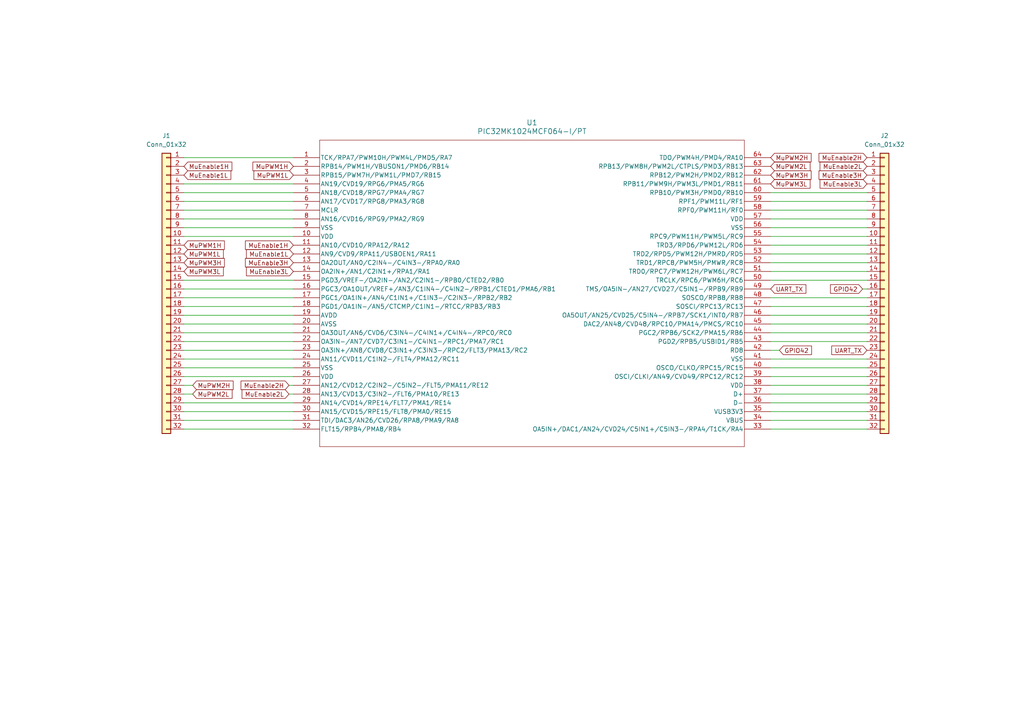
<source format=kicad_sch>
(kicad_sch (version 20230121) (generator eeschema)

  (uuid 9b3061b7-5df0-4742-b305-2ff3658d59fd)

  (paper "A4")

  (lib_symbols
    (symbol "Connector_Generic:Conn_01x32" (pin_names (offset 1.016) hide) (in_bom yes) (on_board yes)
      (property "Reference" "J" (at 0 40.64 0)
        (effects (font (size 1.27 1.27)))
      )
      (property "Value" "Conn_01x32" (at 0 -43.18 0)
        (effects (font (size 1.27 1.27)))
      )
      (property "Footprint" "" (at 0 0 0)
        (effects (font (size 1.27 1.27)) hide)
      )
      (property "Datasheet" "~" (at 0 0 0)
        (effects (font (size 1.27 1.27)) hide)
      )
      (property "ki_keywords" "connector" (at 0 0 0)
        (effects (font (size 1.27 1.27)) hide)
      )
      (property "ki_description" "Generic connector, single row, 01x32, script generated (kicad-library-utils/schlib/autogen/connector/)" (at 0 0 0)
        (effects (font (size 1.27 1.27)) hide)
      )
      (property "ki_fp_filters" "Connector*:*_1x??_*" (at 0 0 0)
        (effects (font (size 1.27 1.27)) hide)
      )
      (symbol "Conn_01x32_1_1"
        (rectangle (start -1.27 -40.513) (end 0 -40.767)
          (stroke (width 0.1524) (type default))
          (fill (type none))
        )
        (rectangle (start -1.27 -37.973) (end 0 -38.227)
          (stroke (width 0.1524) (type default))
          (fill (type none))
        )
        (rectangle (start -1.27 -35.433) (end 0 -35.687)
          (stroke (width 0.1524) (type default))
          (fill (type none))
        )
        (rectangle (start -1.27 -32.893) (end 0 -33.147)
          (stroke (width 0.1524) (type default))
          (fill (type none))
        )
        (rectangle (start -1.27 -30.353) (end 0 -30.607)
          (stroke (width 0.1524) (type default))
          (fill (type none))
        )
        (rectangle (start -1.27 -27.813) (end 0 -28.067)
          (stroke (width 0.1524) (type default))
          (fill (type none))
        )
        (rectangle (start -1.27 -25.273) (end 0 -25.527)
          (stroke (width 0.1524) (type default))
          (fill (type none))
        )
        (rectangle (start -1.27 -22.733) (end 0 -22.987)
          (stroke (width 0.1524) (type default))
          (fill (type none))
        )
        (rectangle (start -1.27 -20.193) (end 0 -20.447)
          (stroke (width 0.1524) (type default))
          (fill (type none))
        )
        (rectangle (start -1.27 -17.653) (end 0 -17.907)
          (stroke (width 0.1524) (type default))
          (fill (type none))
        )
        (rectangle (start -1.27 -15.113) (end 0 -15.367)
          (stroke (width 0.1524) (type default))
          (fill (type none))
        )
        (rectangle (start -1.27 -12.573) (end 0 -12.827)
          (stroke (width 0.1524) (type default))
          (fill (type none))
        )
        (rectangle (start -1.27 -10.033) (end 0 -10.287)
          (stroke (width 0.1524) (type default))
          (fill (type none))
        )
        (rectangle (start -1.27 -7.493) (end 0 -7.747)
          (stroke (width 0.1524) (type default))
          (fill (type none))
        )
        (rectangle (start -1.27 -4.953) (end 0 -5.207)
          (stroke (width 0.1524) (type default))
          (fill (type none))
        )
        (rectangle (start -1.27 -2.413) (end 0 -2.667)
          (stroke (width 0.1524) (type default))
          (fill (type none))
        )
        (rectangle (start -1.27 0.127) (end 0 -0.127)
          (stroke (width 0.1524) (type default))
          (fill (type none))
        )
        (rectangle (start -1.27 2.667) (end 0 2.413)
          (stroke (width 0.1524) (type default))
          (fill (type none))
        )
        (rectangle (start -1.27 5.207) (end 0 4.953)
          (stroke (width 0.1524) (type default))
          (fill (type none))
        )
        (rectangle (start -1.27 7.747) (end 0 7.493)
          (stroke (width 0.1524) (type default))
          (fill (type none))
        )
        (rectangle (start -1.27 10.287) (end 0 10.033)
          (stroke (width 0.1524) (type default))
          (fill (type none))
        )
        (rectangle (start -1.27 12.827) (end 0 12.573)
          (stroke (width 0.1524) (type default))
          (fill (type none))
        )
        (rectangle (start -1.27 15.367) (end 0 15.113)
          (stroke (width 0.1524) (type default))
          (fill (type none))
        )
        (rectangle (start -1.27 17.907) (end 0 17.653)
          (stroke (width 0.1524) (type default))
          (fill (type none))
        )
        (rectangle (start -1.27 20.447) (end 0 20.193)
          (stroke (width 0.1524) (type default))
          (fill (type none))
        )
        (rectangle (start -1.27 22.987) (end 0 22.733)
          (stroke (width 0.1524) (type default))
          (fill (type none))
        )
        (rectangle (start -1.27 25.527) (end 0 25.273)
          (stroke (width 0.1524) (type default))
          (fill (type none))
        )
        (rectangle (start -1.27 28.067) (end 0 27.813)
          (stroke (width 0.1524) (type default))
          (fill (type none))
        )
        (rectangle (start -1.27 30.607) (end 0 30.353)
          (stroke (width 0.1524) (type default))
          (fill (type none))
        )
        (rectangle (start -1.27 33.147) (end 0 32.893)
          (stroke (width 0.1524) (type default))
          (fill (type none))
        )
        (rectangle (start -1.27 35.687) (end 0 35.433)
          (stroke (width 0.1524) (type default))
          (fill (type none))
        )
        (rectangle (start -1.27 38.227) (end 0 37.973)
          (stroke (width 0.1524) (type default))
          (fill (type none))
        )
        (rectangle (start -1.27 39.37) (end 1.27 -41.91)
          (stroke (width 0.254) (type default))
          (fill (type background))
        )
        (pin passive line (at -5.08 38.1 0) (length 3.81)
          (name "Pin_1" (effects (font (size 1.27 1.27))))
          (number "1" (effects (font (size 1.27 1.27))))
        )
        (pin passive line (at -5.08 15.24 0) (length 3.81)
          (name "Pin_10" (effects (font (size 1.27 1.27))))
          (number "10" (effects (font (size 1.27 1.27))))
        )
        (pin passive line (at -5.08 12.7 0) (length 3.81)
          (name "Pin_11" (effects (font (size 1.27 1.27))))
          (number "11" (effects (font (size 1.27 1.27))))
        )
        (pin passive line (at -5.08 10.16 0) (length 3.81)
          (name "Pin_12" (effects (font (size 1.27 1.27))))
          (number "12" (effects (font (size 1.27 1.27))))
        )
        (pin passive line (at -5.08 7.62 0) (length 3.81)
          (name "Pin_13" (effects (font (size 1.27 1.27))))
          (number "13" (effects (font (size 1.27 1.27))))
        )
        (pin passive line (at -5.08 5.08 0) (length 3.81)
          (name "Pin_14" (effects (font (size 1.27 1.27))))
          (number "14" (effects (font (size 1.27 1.27))))
        )
        (pin passive line (at -5.08 2.54 0) (length 3.81)
          (name "Pin_15" (effects (font (size 1.27 1.27))))
          (number "15" (effects (font (size 1.27 1.27))))
        )
        (pin passive line (at -5.08 0 0) (length 3.81)
          (name "Pin_16" (effects (font (size 1.27 1.27))))
          (number "16" (effects (font (size 1.27 1.27))))
        )
        (pin passive line (at -5.08 -2.54 0) (length 3.81)
          (name "Pin_17" (effects (font (size 1.27 1.27))))
          (number "17" (effects (font (size 1.27 1.27))))
        )
        (pin passive line (at -5.08 -5.08 0) (length 3.81)
          (name "Pin_18" (effects (font (size 1.27 1.27))))
          (number "18" (effects (font (size 1.27 1.27))))
        )
        (pin passive line (at -5.08 -7.62 0) (length 3.81)
          (name "Pin_19" (effects (font (size 1.27 1.27))))
          (number "19" (effects (font (size 1.27 1.27))))
        )
        (pin passive line (at -5.08 35.56 0) (length 3.81)
          (name "Pin_2" (effects (font (size 1.27 1.27))))
          (number "2" (effects (font (size 1.27 1.27))))
        )
        (pin passive line (at -5.08 -10.16 0) (length 3.81)
          (name "Pin_20" (effects (font (size 1.27 1.27))))
          (number "20" (effects (font (size 1.27 1.27))))
        )
        (pin passive line (at -5.08 -12.7 0) (length 3.81)
          (name "Pin_21" (effects (font (size 1.27 1.27))))
          (number "21" (effects (font (size 1.27 1.27))))
        )
        (pin passive line (at -5.08 -15.24 0) (length 3.81)
          (name "Pin_22" (effects (font (size 1.27 1.27))))
          (number "22" (effects (font (size 1.27 1.27))))
        )
        (pin passive line (at -5.08 -17.78 0) (length 3.81)
          (name "Pin_23" (effects (font (size 1.27 1.27))))
          (number "23" (effects (font (size 1.27 1.27))))
        )
        (pin passive line (at -5.08 -20.32 0) (length 3.81)
          (name "Pin_24" (effects (font (size 1.27 1.27))))
          (number "24" (effects (font (size 1.27 1.27))))
        )
        (pin passive line (at -5.08 -22.86 0) (length 3.81)
          (name "Pin_25" (effects (font (size 1.27 1.27))))
          (number "25" (effects (font (size 1.27 1.27))))
        )
        (pin passive line (at -5.08 -25.4 0) (length 3.81)
          (name "Pin_26" (effects (font (size 1.27 1.27))))
          (number "26" (effects (font (size 1.27 1.27))))
        )
        (pin passive line (at -5.08 -27.94 0) (length 3.81)
          (name "Pin_27" (effects (font (size 1.27 1.27))))
          (number "27" (effects (font (size 1.27 1.27))))
        )
        (pin passive line (at -5.08 -30.48 0) (length 3.81)
          (name "Pin_28" (effects (font (size 1.27 1.27))))
          (number "28" (effects (font (size 1.27 1.27))))
        )
        (pin passive line (at -5.08 -33.02 0) (length 3.81)
          (name "Pin_29" (effects (font (size 1.27 1.27))))
          (number "29" (effects (font (size 1.27 1.27))))
        )
        (pin passive line (at -5.08 33.02 0) (length 3.81)
          (name "Pin_3" (effects (font (size 1.27 1.27))))
          (number "3" (effects (font (size 1.27 1.27))))
        )
        (pin passive line (at -5.08 -35.56 0) (length 3.81)
          (name "Pin_30" (effects (font (size 1.27 1.27))))
          (number "30" (effects (font (size 1.27 1.27))))
        )
        (pin passive line (at -5.08 -38.1 0) (length 3.81)
          (name "Pin_31" (effects (font (size 1.27 1.27))))
          (number "31" (effects (font (size 1.27 1.27))))
        )
        (pin passive line (at -5.08 -40.64 0) (length 3.81)
          (name "Pin_32" (effects (font (size 1.27 1.27))))
          (number "32" (effects (font (size 1.27 1.27))))
        )
        (pin passive line (at -5.08 30.48 0) (length 3.81)
          (name "Pin_4" (effects (font (size 1.27 1.27))))
          (number "4" (effects (font (size 1.27 1.27))))
        )
        (pin passive line (at -5.08 27.94 0) (length 3.81)
          (name "Pin_5" (effects (font (size 1.27 1.27))))
          (number "5" (effects (font (size 1.27 1.27))))
        )
        (pin passive line (at -5.08 25.4 0) (length 3.81)
          (name "Pin_6" (effects (font (size 1.27 1.27))))
          (number "6" (effects (font (size 1.27 1.27))))
        )
        (pin passive line (at -5.08 22.86 0) (length 3.81)
          (name "Pin_7" (effects (font (size 1.27 1.27))))
          (number "7" (effects (font (size 1.27 1.27))))
        )
        (pin passive line (at -5.08 20.32 0) (length 3.81)
          (name "Pin_8" (effects (font (size 1.27 1.27))))
          (number "8" (effects (font (size 1.27 1.27))))
        )
        (pin passive line (at -5.08 17.78 0) (length 3.81)
          (name "Pin_9" (effects (font (size 1.27 1.27))))
          (number "9" (effects (font (size 1.27 1.27))))
        )
      )
    )
    (symbol "Pic32:PIC32MK1024MCF064-I_PT" (pin_names (offset 0.254)) (in_bom yes) (on_board yes)
      (property "Reference" "U" (at 73.66 11.43 0)
        (effects (font (size 1.524 1.524)))
      )
      (property "Value" "PIC32MK1024MCF064-I/PT" (at 73.66 8.89 0)
        (effects (font (size 1.524 1.524)))
      )
      (property "Footprint" "TQFP64_PT_MCH" (at 0 0 0)
        (effects (font (size 1.27 1.27) italic) hide)
      )
      (property "Datasheet" "PIC32MK1024MCF064-I/PT" (at 0 0 0)
        (effects (font (size 1.27 1.27) italic) hide)
      )
      (property "ki_locked" "" (at 0 0 0)
        (effects (font (size 1.27 1.27)))
      )
      (property "ki_keywords" "PIC32MK1024MCF064-I/PT" (at 0 0 0)
        (effects (font (size 1.27 1.27)) hide)
      )
      (property "ki_fp_filters" "TQFP64_PT_MCH TQFP64_PT_MCH-M TQFP64_PT_MCH-L" (at 0 0 0)
        (effects (font (size 1.27 1.27)) hide)
      )
      (symbol "PIC32MK1024MCF064-I_PT_0_1"
        (polyline
          (pts
            (xy 7.62 -83.82)
            (xy 130.81 -83.82)
          )
          (stroke (width 0.127) (type default))
          (fill (type none))
        )
        (polyline
          (pts
            (xy 7.62 5.08)
            (xy 7.62 -83.82)
          )
          (stroke (width 0.127) (type default))
          (fill (type none))
        )
        (polyline
          (pts
            (xy 130.81 -83.82)
            (xy 130.81 5.08)
          )
          (stroke (width 0.127) (type default))
          (fill (type none))
        )
        (polyline
          (pts
            (xy 130.81 5.08)
            (xy 7.62 5.08)
          )
          (stroke (width 0.127) (type default))
          (fill (type none))
        )
        (pin bidirectional line (at 0 0 0) (length 7.62)
          (name "TCK/RPA7/PWM10H/PWM4L/PMD5/RA7" (effects (font (size 1.27 1.27))))
          (number "1" (effects (font (size 1.27 1.27))))
        )
        (pin power_in line (at 0 -22.86 0) (length 7.62)
          (name "VDD" (effects (font (size 1.27 1.27))))
          (number "10" (effects (font (size 1.27 1.27))))
        )
        (pin bidirectional line (at 0 -25.4 0) (length 7.62)
          (name "AN10/CVD10/RPA12/RA12" (effects (font (size 1.27 1.27))))
          (number "11" (effects (font (size 1.27 1.27))))
        )
        (pin bidirectional line (at 0 -27.94 0) (length 7.62)
          (name "AN9/CVD9/RPA11/USBOEN1/RA11" (effects (font (size 1.27 1.27))))
          (number "12" (effects (font (size 1.27 1.27))))
        )
        (pin input line (at 0 -30.48 0) (length 7.62)
          (name "OA2OUT/AN0/C2IN4-/C4IN3-/RPA0/RA0" (effects (font (size 1.27 1.27))))
          (number "13" (effects (font (size 1.27 1.27))))
        )
        (pin input line (at 0 -33.02 0) (length 7.62)
          (name "OA2IN+/AN1/C2IN1+/RPA1/RA1" (effects (font (size 1.27 1.27))))
          (number "14" (effects (font (size 1.27 1.27))))
        )
        (pin input line (at 0 -35.56 0) (length 7.62)
          (name "PGD3/VREF-/OA2IN-/AN2/C2IN1-/RPB0/CTED2/RB0" (effects (font (size 1.27 1.27))))
          (number "15" (effects (font (size 1.27 1.27))))
        )
        (pin input line (at 0 -38.1 0) (length 7.62)
          (name "PGC3/OA1OUT/VREF+/AN3/C1IN4-/C4IN2-/RPB1/CTED1/PMA6/RB1" (effects (font (size 1.27 1.27))))
          (number "16" (effects (font (size 1.27 1.27))))
        )
        (pin input line (at 0 -40.64 0) (length 7.62)
          (name "PGC1/OA1IN+/AN4/C1IN1+/C1IN3-/C2IN3-/RPB2/RB2" (effects (font (size 1.27 1.27))))
          (number "17" (effects (font (size 1.27 1.27))))
        )
        (pin input line (at 0 -43.18 0) (length 7.62)
          (name "PGD1/OA1IN-/AN5/CTCMP/C1IN1-/RTCC/RPB3/RB3" (effects (font (size 1.27 1.27))))
          (number "18" (effects (font (size 1.27 1.27))))
        )
        (pin power_in line (at 0 -45.72 0) (length 7.62)
          (name "AVDD" (effects (font (size 1.27 1.27))))
          (number "19" (effects (font (size 1.27 1.27))))
        )
        (pin bidirectional line (at 0 -2.54 0) (length 7.62)
          (name "RPB14/PWM1H/VBUSON1/PMD6/RB14" (effects (font (size 1.27 1.27))))
          (number "2" (effects (font (size 1.27 1.27))))
        )
        (pin power_out line (at 0 -48.26 0) (length 7.62)
          (name "AVSS" (effects (font (size 1.27 1.27))))
          (number "20" (effects (font (size 1.27 1.27))))
        )
        (pin input line (at 0 -50.8 0) (length 7.62)
          (name "OA3OUT/AN6/CVD6/C3IN4-/C4IN1+/C4IN4-/RPC0/RC0" (effects (font (size 1.27 1.27))))
          (number "21" (effects (font (size 1.27 1.27))))
        )
        (pin input line (at 0 -53.34 0) (length 7.62)
          (name "OA3IN-/AN7/CVD7/C3IN1-/C4IN1-/RPC1/PMA7/RC1" (effects (font (size 1.27 1.27))))
          (number "22" (effects (font (size 1.27 1.27))))
        )
        (pin input line (at 0 -55.88 0) (length 7.62)
          (name "OA3IN+/AN8/CVD8/C3IN1+/C3IN3-/RPC2/FLT3/PMA13/RC2" (effects (font (size 1.27 1.27))))
          (number "23" (effects (font (size 1.27 1.27))))
        )
        (pin input line (at 0 -58.42 0) (length 7.62)
          (name "AN11/CVD11/C1IN2-/FLT4/PMA12/RC11" (effects (font (size 1.27 1.27))))
          (number "24" (effects (font (size 1.27 1.27))))
        )
        (pin power_out line (at 0 -60.96 0) (length 7.62)
          (name "VSS" (effects (font (size 1.27 1.27))))
          (number "25" (effects (font (size 1.27 1.27))))
        )
        (pin power_in line (at 0 -63.5 0) (length 7.62)
          (name "VDD" (effects (font (size 1.27 1.27))))
          (number "26" (effects (font (size 1.27 1.27))))
        )
        (pin input line (at 0 -66.04 0) (length 7.62)
          (name "AN12/CVD12/C2IN2-/C5IN2-/FLT5/PMA11/RE12" (effects (font (size 1.27 1.27))))
          (number "27" (effects (font (size 1.27 1.27))))
        )
        (pin input line (at 0 -68.58 0) (length 7.62)
          (name "AN13/CVD13/C3IN2-/FLT6/PMA10/RE13" (effects (font (size 1.27 1.27))))
          (number "28" (effects (font (size 1.27 1.27))))
        )
        (pin bidirectional line (at 0 -71.12 0) (length 7.62)
          (name "AN14/CVD14/RPE14/FLT7/PMA1/RE14" (effects (font (size 1.27 1.27))))
          (number "29" (effects (font (size 1.27 1.27))))
        )
        (pin bidirectional line (at 0 -5.08 0) (length 7.62)
          (name "RPB15/PWM7H/PWM1L/PMD7/RB15" (effects (font (size 1.27 1.27))))
          (number "3" (effects (font (size 1.27 1.27))))
        )
        (pin bidirectional line (at 0 -73.66 0) (length 7.62)
          (name "AN15/CVD15/RPE15/FLT8/PMA0/RE15" (effects (font (size 1.27 1.27))))
          (number "30" (effects (font (size 1.27 1.27))))
        )
        (pin bidirectional line (at 0 -76.2 0) (length 7.62)
          (name "TDI/DAC3/AN26/CVD26/RPA8/PMA9/RA8" (effects (font (size 1.27 1.27))))
          (number "31" (effects (font (size 1.27 1.27))))
        )
        (pin unspecified line (at 0 -78.74 0) (length 7.62)
          (name "FLT15/RPB4/PMA8/RB4" (effects (font (size 1.27 1.27))))
          (number "32" (effects (font (size 1.27 1.27))))
        )
        (pin input line (at 138.43 -78.74 180) (length 7.62)
          (name "OA5IN+/DAC1/AN24/CVD24/C5IN1+/C5IN3-/RPA4/T1CK/RA4" (effects (font (size 1.27 1.27))))
          (number "33" (effects (font (size 1.27 1.27))))
        )
        (pin unspecified line (at 138.43 -76.2 180) (length 7.62)
          (name "VBUS" (effects (font (size 1.27 1.27))))
          (number "34" (effects (font (size 1.27 1.27))))
        )
        (pin unspecified line (at 138.43 -73.66 180) (length 7.62)
          (name "VUSB3V3" (effects (font (size 1.27 1.27))))
          (number "35" (effects (font (size 1.27 1.27))))
        )
        (pin unspecified line (at 138.43 -71.12 180) (length 7.62)
          (name "D-" (effects (font (size 1.27 1.27))))
          (number "36" (effects (font (size 1.27 1.27))))
        )
        (pin unspecified line (at 138.43 -68.58 180) (length 7.62)
          (name "D+" (effects (font (size 1.27 1.27))))
          (number "37" (effects (font (size 1.27 1.27))))
        )
        (pin power_in line (at 138.43 -66.04 180) (length 7.62)
          (name "VDD" (effects (font (size 1.27 1.27))))
          (number "38" (effects (font (size 1.27 1.27))))
        )
        (pin bidirectional line (at 138.43 -63.5 180) (length 7.62)
          (name "OSCI/CLKI/AN49/CVD49/RPC12/RC12" (effects (font (size 1.27 1.27))))
          (number "39" (effects (font (size 1.27 1.27))))
        )
        (pin bidirectional line (at 0 -7.62 0) (length 7.62)
          (name "AN19/CVD19/RPG6/PMA5/RG6" (effects (font (size 1.27 1.27))))
          (number "4" (effects (font (size 1.27 1.27))))
        )
        (pin unspecified line (at 138.43 -60.96 180) (length 7.62)
          (name "OSCO/CLKO/RPC15/RC15" (effects (font (size 1.27 1.27))))
          (number "40" (effects (font (size 1.27 1.27))))
        )
        (pin power_out line (at 138.43 -58.42 180) (length 7.62)
          (name "VSS" (effects (font (size 1.27 1.27))))
          (number "41" (effects (font (size 1.27 1.27))))
        )
        (pin bidirectional line (at 138.43 -55.88 180) (length 7.62)
          (name "RD8" (effects (font (size 1.27 1.27))))
          (number "42" (effects (font (size 1.27 1.27))))
        )
        (pin bidirectional line (at 138.43 -53.34 180) (length 7.62)
          (name "PGD2/RPB5/USBID1/RB5" (effects (font (size 1.27 1.27))))
          (number "43" (effects (font (size 1.27 1.27))))
        )
        (pin bidirectional line (at 138.43 -50.8 180) (length 7.62)
          (name "PGC2/RPB6/SCK2/PMA15/RB6" (effects (font (size 1.27 1.27))))
          (number "44" (effects (font (size 1.27 1.27))))
        )
        (pin bidirectional line (at 138.43 -48.26 180) (length 7.62)
          (name "DAC2/AN48/CVD48/RPC10/PMA14/PMCS/RC10" (effects (font (size 1.27 1.27))))
          (number "45" (effects (font (size 1.27 1.27))))
        )
        (pin input line (at 138.43 -45.72 180) (length 7.62)
          (name "OA5OUT/AN25/CVD25/C5IN4-/RPB7/SCK1/INT0/RB7" (effects (font (size 1.27 1.27))))
          (number "46" (effects (font (size 1.27 1.27))))
        )
        (pin unspecified line (at 138.43 -43.18 180) (length 7.62)
          (name "SOSCI/RPC13/RC13" (effects (font (size 1.27 1.27))))
          (number "47" (effects (font (size 1.27 1.27))))
        )
        (pin unspecified line (at 138.43 -40.64 180) (length 7.62)
          (name "SOSCO/RPB8/RB8" (effects (font (size 1.27 1.27))))
          (number "48" (effects (font (size 1.27 1.27))))
        )
        (pin input line (at 138.43 -38.1 180) (length 7.62)
          (name "TMS/OA5IN-/AN27/CVD27/C5IN1-/RPB9/RB9" (effects (font (size 1.27 1.27))))
          (number "49" (effects (font (size 1.27 1.27))))
        )
        (pin bidirectional line (at 0 -10.16 0) (length 7.62)
          (name "AN18/CVD18/RPG7/PMA4/RG7" (effects (font (size 1.27 1.27))))
          (number "5" (effects (font (size 1.27 1.27))))
        )
        (pin unspecified line (at 138.43 -35.56 180) (length 7.62)
          (name "TRCLK/RPC6/PWM6H/RC6" (effects (font (size 1.27 1.27))))
          (number "50" (effects (font (size 1.27 1.27))))
        )
        (pin bidirectional line (at 138.43 -33.02 180) (length 7.62)
          (name "TRD0/RPC7/PWM12H/PWM6L/RC7" (effects (font (size 1.27 1.27))))
          (number "51" (effects (font (size 1.27 1.27))))
        )
        (pin bidirectional line (at 138.43 -30.48 180) (length 7.62)
          (name "TRD1/RPC8/PWM5H/PMWR/RC8" (effects (font (size 1.27 1.27))))
          (number "52" (effects (font (size 1.27 1.27))))
        )
        (pin bidirectional line (at 138.43 -27.94 180) (length 7.62)
          (name "TRD2/RPD5/PWM12H/PMRD/RD5" (effects (font (size 1.27 1.27))))
          (number "53" (effects (font (size 1.27 1.27))))
        )
        (pin bidirectional line (at 138.43 -25.4 180) (length 7.62)
          (name "TRD3/RPD6/PWM12L/RD6" (effects (font (size 1.27 1.27))))
          (number "54" (effects (font (size 1.27 1.27))))
        )
        (pin power_out line (at 138.43 -20.32 180) (length 7.62)
          (name "VSS" (effects (font (size 1.27 1.27))))
          (number "56" (effects (font (size 1.27 1.27))))
        )
        (pin power_in line (at 138.43 -17.78 180) (length 7.62)
          (name "VDD" (effects (font (size 1.27 1.27))))
          (number "57" (effects (font (size 1.27 1.27))))
        )
        (pin bidirectional line (at 138.43 -15.24 180) (length 7.62)
          (name "RPF0/PWM11H/RF0" (effects (font (size 1.27 1.27))))
          (number "58" (effects (font (size 1.27 1.27))))
        )
        (pin bidirectional line (at 138.43 -12.7 180) (length 7.62)
          (name "RPF1/PWM11L/RF1" (effects (font (size 1.27 1.27))))
          (number "59" (effects (font (size 1.27 1.27))))
        )
        (pin bidirectional line (at 0 -12.7 0) (length 7.62)
          (name "AN17/CVD17/RPG8/PMA3/RG8" (effects (font (size 1.27 1.27))))
          (number "6" (effects (font (size 1.27 1.27))))
        )
        (pin bidirectional line (at 138.43 -10.16 180) (length 7.62)
          (name "RPB10/PWM3H/PMD0/RB10" (effects (font (size 1.27 1.27))))
          (number "60" (effects (font (size 1.27 1.27))))
        )
        (pin bidirectional line (at 138.43 -7.62 180) (length 7.62)
          (name "RPB11/PWM9H/PWM3L/PMD1/RB11" (effects (font (size 1.27 1.27))))
          (number "61" (effects (font (size 1.27 1.27))))
        )
        (pin bidirectional line (at 138.43 -5.08 180) (length 7.62)
          (name "RPB12/PWM2H/PMD2/RB12" (effects (font (size 1.27 1.27))))
          (number "62" (effects (font (size 1.27 1.27))))
        )
        (pin bidirectional line (at 138.43 -2.54 180) (length 7.62)
          (name "RPB13/PWM8H/PWM2L/CTPLS/PMD3/RB13" (effects (font (size 1.27 1.27))))
          (number "63" (effects (font (size 1.27 1.27))))
        )
        (pin bidirectional line (at 138.43 0 180) (length 7.62)
          (name "TDO/PWM4H/PMD4/RA10" (effects (font (size 1.27 1.27))))
          (number "64" (effects (font (size 1.27 1.27))))
        )
        (pin unspecified line (at 0 -15.24 0) (length 7.62)
          (name "MCLR" (effects (font (size 1.27 1.27))))
          (number "7" (effects (font (size 1.27 1.27))))
        )
        (pin bidirectional line (at 0 -17.78 0) (length 7.62)
          (name "AN16/CVD16/RPG9/PMA2/RG9" (effects (font (size 1.27 1.27))))
          (number "8" (effects (font (size 1.27 1.27))))
        )
        (pin power_out line (at 0 -20.32 0) (length 7.62)
          (name "VSS" (effects (font (size 1.27 1.27))))
          (number "9" (effects (font (size 1.27 1.27))))
        )
      )
      (symbol "PIC32MK1024MCF064-I_PT_1_1"
        (pin bidirectional line (at 138.43 -22.86 180) (length 7.62)
          (name "RPC9/PWM11H/PWM5L/RC9" (effects (font (size 1.27 1.27))))
          (number "55" (effects (font (size 1.27 1.27))))
        )
      )
    )
  )


  (wire (pts (xy 251.46 104.14) (xy 223.52 104.14))
    (stroke (width 0) (type default))
    (uuid 0a81e80e-3367-47df-9161-55117a703653)
  )
  (wire (pts (xy 53.34 101.6) (xy 85.09 101.6))
    (stroke (width 0) (type default))
    (uuid 0edd8240-6fa4-47aa-baeb-ef95c20fa6de)
  )
  (wire (pts (xy 251.46 109.22) (xy 223.52 109.22))
    (stroke (width 0) (type default))
    (uuid 0ff14cc5-dad9-48c2-8561-ee48439c85e7)
  )
  (wire (pts (xy 251.46 93.98) (xy 223.52 93.98))
    (stroke (width 0) (type default))
    (uuid 11ad87a1-664d-483c-a28c-487d23b3f336)
  )
  (wire (pts (xy 251.46 99.06) (xy 223.52 99.06))
    (stroke (width 0) (type default))
    (uuid 145ea51f-a5e3-4280-8c4d-c1320dca80bc)
  )
  (wire (pts (xy 53.34 93.98) (xy 85.09 93.98))
    (stroke (width 0) (type default))
    (uuid 1ab998e9-7826-4136-8dc8-4cc29404be3b)
  )
  (wire (pts (xy 53.34 55.88) (xy 85.09 55.88))
    (stroke (width 0) (type default))
    (uuid 1e47dc9b-91d2-4458-951c-3f8b24018de6)
  )
  (wire (pts (xy 53.34 86.36) (xy 85.09 86.36))
    (stroke (width 0) (type default))
    (uuid 1f4e97d4-5d75-4ff6-bb4f-4e1800e0133d)
  )
  (wire (pts (xy 53.34 45.72) (xy 85.09 45.72))
    (stroke (width 0) (type default))
    (uuid 20f9c06c-fe15-43a0-938b-7870441867da)
  )
  (wire (pts (xy 251.46 111.76) (xy 223.52 111.76))
    (stroke (width 0) (type default))
    (uuid 2f5c170a-7a26-49e5-960c-7d89e9b050e2)
  )
  (wire (pts (xy 53.34 96.52) (xy 85.09 96.52))
    (stroke (width 0) (type default))
    (uuid 336ecd51-dcea-453d-b581-05e87513e1e1)
  )
  (wire (pts (xy 53.34 124.46) (xy 85.09 124.46))
    (stroke (width 0) (type default))
    (uuid 4468d3f4-f9a6-4f2b-8c62-de17aafd4727)
  )
  (wire (pts (xy 251.46 73.66) (xy 223.52 73.66))
    (stroke (width 0) (type default))
    (uuid 4682f294-a99e-4248-b284-8d36dc188a7f)
  )
  (wire (pts (xy 53.34 66.04) (xy 85.09 66.04))
    (stroke (width 0) (type default))
    (uuid 4778b9a7-f105-4faa-ba99-220ed2a5e910)
  )
  (wire (pts (xy 53.34 81.28) (xy 85.09 81.28))
    (stroke (width 0) (type default))
    (uuid 478d0e21-fe3a-4dcc-96f1-c61152da0c44)
  )
  (wire (pts (xy 250.19 83.82) (xy 251.46 83.82))
    (stroke (width 0) (type default))
    (uuid 4dd69e7f-ee9d-4ab4-bcd4-49b3376e355e)
  )
  (wire (pts (xy 83.82 114.3) (xy 85.09 114.3))
    (stroke (width 0) (type default))
    (uuid 4e69def8-b121-4be4-a752-f5369f92c6e3)
  )
  (wire (pts (xy 251.46 121.92) (xy 223.52 121.92))
    (stroke (width 0) (type default))
    (uuid 518673ac-1922-46d1-abf5-9aada124eceb)
  )
  (wire (pts (xy 53.34 109.22) (xy 85.09 109.22))
    (stroke (width 0) (type default))
    (uuid 5367a1d3-3a7e-44d5-81dd-f70936855b41)
  )
  (wire (pts (xy 251.46 119.38) (xy 223.52 119.38))
    (stroke (width 0) (type default))
    (uuid 56d5366a-7058-413d-8e3c-930584dd1cb5)
  )
  (wire (pts (xy 251.46 58.42) (xy 223.52 58.42))
    (stroke (width 0) (type default))
    (uuid 5c238bb6-0f3b-4725-8173-88027b717362)
  )
  (wire (pts (xy 53.34 88.9) (xy 85.09 88.9))
    (stroke (width 0) (type default))
    (uuid 5ecb3591-4835-454a-a52e-97cb2e8d038d)
  )
  (wire (pts (xy 53.34 121.92) (xy 85.09 121.92))
    (stroke (width 0) (type default))
    (uuid 5fd68697-eef3-417f-917a-7eae10eec57e)
  )
  (wire (pts (xy 53.34 119.38) (xy 85.09 119.38))
    (stroke (width 0) (type default))
    (uuid 633ff6e2-94ad-4cff-9442-6ebe54fee435)
  )
  (wire (pts (xy 53.34 60.96) (xy 85.09 60.96))
    (stroke (width 0) (type default))
    (uuid 645130d8-8d56-4c45-8525-c62b2834f4c1)
  )
  (wire (pts (xy 53.34 111.76) (xy 55.88 111.76))
    (stroke (width 0) (type default))
    (uuid 64f30bf8-54b5-44dd-97ab-0a44d2972c36)
  )
  (wire (pts (xy 53.34 91.44) (xy 85.09 91.44))
    (stroke (width 0) (type default))
    (uuid 693633e0-e2dd-4491-82cc-3094fb550121)
  )
  (wire (pts (xy 251.46 91.44) (xy 223.52 91.44))
    (stroke (width 0) (type default))
    (uuid 6e7dbcb3-3138-4516-9f70-50cf6c95213b)
  )
  (wire (pts (xy 53.34 68.58) (xy 85.09 68.58))
    (stroke (width 0) (type default))
    (uuid 702e47c3-a8bd-4ad1-8dfb-a1da619a9454)
  )
  (wire (pts (xy 53.34 106.68) (xy 85.09 106.68))
    (stroke (width 0) (type default))
    (uuid 7ddbd522-ef4c-42b2-a3e6-ae7b036d05e4)
  )
  (wire (pts (xy 53.34 114.3) (xy 55.88 114.3))
    (stroke (width 0) (type default))
    (uuid 7e853584-dcc1-4a18-bd4d-97fe768b10cb)
  )
  (wire (pts (xy 251.46 124.46) (xy 223.52 124.46))
    (stroke (width 0) (type default))
    (uuid 856d08fa-d8aa-457f-8deb-c3ea17dec9e5)
  )
  (wire (pts (xy 251.46 68.58) (xy 223.52 68.58))
    (stroke (width 0) (type default))
    (uuid 898ed3c4-fde0-414e-a2e4-6a8638cef98f)
  )
  (wire (pts (xy 251.46 81.28) (xy 223.52 81.28))
    (stroke (width 0) (type default))
    (uuid 8f032fde-0308-4a26-9ee0-a3201da11eca)
  )
  (wire (pts (xy 251.46 63.5) (xy 223.52 63.5))
    (stroke (width 0) (type default))
    (uuid 904b3cfe-7340-4665-94c1-969090c8f691)
  )
  (wire (pts (xy 226.06 101.6) (xy 223.52 101.6))
    (stroke (width 0) (type default))
    (uuid 9596aa8e-2b3c-421f-81ca-f4e712dfa8b5)
  )
  (wire (pts (xy 251.46 88.9) (xy 223.52 88.9))
    (stroke (width 0) (type default))
    (uuid 9efa1d0f-d48b-4130-9f25-ab418d545b21)
  )
  (wire (pts (xy 53.34 99.06) (xy 85.09 99.06))
    (stroke (width 0) (type default))
    (uuid a225430f-5235-49a7-abc8-5baa74170ba0)
  )
  (wire (pts (xy 251.46 76.2) (xy 223.52 76.2))
    (stroke (width 0) (type default))
    (uuid b2725a10-9528-4810-87a5-c2bb3761b7ac)
  )
  (wire (pts (xy 251.46 116.84) (xy 223.52 116.84))
    (stroke (width 0) (type default))
    (uuid b7b9a0ba-707e-4565-8476-d9d6473784df)
  )
  (wire (pts (xy 251.46 55.88) (xy 223.52 55.88))
    (stroke (width 0) (type default))
    (uuid bce328c8-93f1-439b-b679-f2d8d53fd767)
  )
  (wire (pts (xy 53.34 116.84) (xy 85.09 116.84))
    (stroke (width 0) (type default))
    (uuid be82b8ca-22cb-4cd2-8301-528170672545)
  )
  (wire (pts (xy 251.46 114.3) (xy 223.52 114.3))
    (stroke (width 0) (type default))
    (uuid c3482b38-a157-417b-8898-924166e65afe)
  )
  (wire (pts (xy 251.46 106.68) (xy 223.52 106.68))
    (stroke (width 0) (type default))
    (uuid c5d4c230-4c2e-4584-bb0a-9391741f4dfb)
  )
  (wire (pts (xy 251.46 78.74) (xy 223.52 78.74))
    (stroke (width 0) (type default))
    (uuid c6930844-b2a3-40bc-a58d-cd11254f34cb)
  )
  (wire (pts (xy 53.34 53.34) (xy 85.09 53.34))
    (stroke (width 0) (type default))
    (uuid c884baaf-835b-42cb-9ce9-b92ddd30f53f)
  )
  (wire (pts (xy 53.34 63.5) (xy 85.09 63.5))
    (stroke (width 0) (type default))
    (uuid d3a39128-d6b5-4c90-87f3-78592a40ebe0)
  )
  (wire (pts (xy 53.34 58.42) (xy 85.09 58.42))
    (stroke (width 0) (type default))
    (uuid d5fc6b32-cf8d-4fd3-bd4f-6b92f4e84590)
  )
  (wire (pts (xy 251.46 71.12) (xy 223.52 71.12))
    (stroke (width 0) (type default))
    (uuid d7738c04-a6a6-4c3a-87db-71820c0ecfc4)
  )
  (wire (pts (xy 251.46 86.36) (xy 223.52 86.36))
    (stroke (width 0) (type default))
    (uuid d8c14cf7-a1c1-4597-acd2-8c2c5c9174f3)
  )
  (wire (pts (xy 251.46 66.04) (xy 223.52 66.04))
    (stroke (width 0) (type default))
    (uuid d995e0d4-fc21-4643-b9f0-60a0f5230641)
  )
  (wire (pts (xy 83.82 111.76) (xy 85.09 111.76))
    (stroke (width 0) (type default))
    (uuid e9d02b1b-ceb7-461b-81f4-f130cfc7ecf7)
  )
  (wire (pts (xy 251.46 60.96) (xy 223.52 60.96))
    (stroke (width 0) (type default))
    (uuid ecaa4b80-1250-4e93-aad8-fe48fbeead88)
  )
  (wire (pts (xy 53.34 83.82) (xy 85.09 83.82))
    (stroke (width 0) (type default))
    (uuid f117e651-52ed-47df-a149-f2df86e5ab48)
  )
  (wire (pts (xy 53.34 104.14) (xy 85.09 104.14))
    (stroke (width 0) (type default))
    (uuid f49ac3ea-d684-44e4-950b-381444cbefcd)
  )
  (wire (pts (xy 223.52 96.52) (xy 251.46 96.52))
    (stroke (width 0) (type default))
    (uuid fdf6a7e2-08e7-4f99-be2e-653583e2aa59)
  )

  (global_label "MuEnable1L" (shape input) (at 85.09 73.66 180) (fields_autoplaced)
    (effects (font (size 1.27 1.27)) (justify right))
    (uuid 02f6cae3-1828-4b19-b84e-8c54ed967876)
    (property "Intersheetrefs" "${INTERSHEET_REFS}" (at 70.9964 73.66 0)
      (effects (font (size 1.27 1.27)) (justify right) hide)
    )
  )
  (global_label "MuPWM2H" (shape input) (at 223.52 45.72 0) (fields_autoplaced)
    (effects (font (size 1.27 1.27)) (justify left))
    (uuid 03dfcb95-c43e-406c-a7fb-451e7faf8682)
    (property "Intersheetrefs" "${INTERSHEET_REFS}" (at 235.739 45.72 0)
      (effects (font (size 1.27 1.27)) (justify left) hide)
    )
  )
  (global_label "MuPWM3H" (shape input) (at 223.52 50.8 0) (fields_autoplaced)
    (effects (font (size 1.27 1.27)) (justify left))
    (uuid 0b465730-bd4d-44b0-9d1f-f72ba3ab20a1)
    (property "Intersheetrefs" "${INTERSHEET_REFS}" (at 235.739 50.8 0)
      (effects (font (size 1.27 1.27)) (justify left) hide)
    )
  )
  (global_label "MuEnable1H" (shape input) (at 85.09 71.12 180) (fields_autoplaced)
    (effects (font (size 1.27 1.27)) (justify right))
    (uuid 102de819-b397-4e88-8302-9f6404a45082)
    (property "Intersheetrefs" "${INTERSHEET_REFS}" (at 70.694 71.12 0)
      (effects (font (size 1.27 1.27)) (justify right) hide)
    )
  )
  (global_label "UART_TX" (shape input) (at 223.52 83.82 0) (fields_autoplaced)
    (effects (font (size 1.27 1.27)) (justify left))
    (uuid 37982e30-828a-4b87-a012-205d5661cfb4)
    (property "Intersheetrefs" "${INTERSHEET_REFS}" (at 234.2272 83.82 0)
      (effects (font (size 1.27 1.27)) (justify left) hide)
    )
  )
  (global_label "MuPWM3H" (shape input) (at 53.34 76.2 0) (fields_autoplaced)
    (effects (font (size 1.27 1.27)) (justify left))
    (uuid 3aa08b87-6a41-4db9-af11-f3a21e7d38dc)
    (property "Intersheetrefs" "${INTERSHEET_REFS}" (at 65.559 76.2 0)
      (effects (font (size 1.27 1.27)) (justify left) hide)
    )
  )
  (global_label "MuPWM3L" (shape input) (at 53.34 78.74 0) (fields_autoplaced)
    (effects (font (size 1.27 1.27)) (justify left))
    (uuid 5879decf-5208-44b8-a269-ae79726c3c0b)
    (property "Intersheetrefs" "${INTERSHEET_REFS}" (at 65.2566 78.74 0)
      (effects (font (size 1.27 1.27)) (justify left) hide)
    )
  )
  (global_label "MuEnable2L" (shape input) (at 83.82 114.3 180) (fields_autoplaced)
    (effects (font (size 1.27 1.27)) (justify right))
    (uuid 630dd2c5-1f72-4ac6-9978-98fce2b3caa0)
    (property "Intersheetrefs" "${INTERSHEET_REFS}" (at 69.7264 114.3 0)
      (effects (font (size 1.27 1.27)) (justify right) hide)
    )
  )
  (global_label "MuEnable3L" (shape input) (at 251.46 53.34 180) (fields_autoplaced)
    (effects (font (size 1.27 1.27)) (justify right))
    (uuid 64143ad9-9691-474a-b9a3-4a99fbba37b4)
    (property "Intersheetrefs" "${INTERSHEET_REFS}" (at 237.3664 53.34 0)
      (effects (font (size 1.27 1.27)) (justify right) hide)
    )
  )
  (global_label "MuEnable3L" (shape input) (at 85.09 78.74 180) (fields_autoplaced)
    (effects (font (size 1.27 1.27)) (justify right))
    (uuid 6dda540b-4f50-4ecc-b5a9-1465211a8659)
    (property "Intersheetrefs" "${INTERSHEET_REFS}" (at 70.9964 78.74 0)
      (effects (font (size 1.27 1.27)) (justify right) hide)
    )
  )
  (global_label "MuEnable1L" (shape input) (at 53.34 50.8 0) (fields_autoplaced)
    (effects (font (size 1.27 1.27)) (justify left))
    (uuid 72864d7c-93ab-4837-8776-8a9642b4ebfc)
    (property "Intersheetrefs" "${INTERSHEET_REFS}" (at 67.4336 50.8 0)
      (effects (font (size 1.27 1.27)) (justify left) hide)
    )
  )
  (global_label "MuPWM1L" (shape input) (at 85.09 50.8 180) (fields_autoplaced)
    (effects (font (size 1.27 1.27)) (justify right))
    (uuid 7453dcfa-a1d6-474d-9795-aade05c313cc)
    (property "Intersheetrefs" "${INTERSHEET_REFS}" (at 73.1734 50.8 0)
      (effects (font (size 1.27 1.27)) (justify right) hide)
    )
  )
  (global_label "MuPWM1L" (shape input) (at 53.34 73.66 0) (fields_autoplaced)
    (effects (font (size 1.27 1.27)) (justify left))
    (uuid 81e5732e-e9a9-4a51-b114-57bb10bd2dd1)
    (property "Intersheetrefs" "${INTERSHEET_REFS}" (at 65.2566 73.66 0)
      (effects (font (size 1.27 1.27)) (justify left) hide)
    )
  )
  (global_label "MuPWM3L" (shape input) (at 223.52 53.34 0) (fields_autoplaced)
    (effects (font (size 1.27 1.27)) (justify left))
    (uuid 98d67bc6-4caf-4f38-9b03-f1a30258b41d)
    (property "Intersheetrefs" "${INTERSHEET_REFS}" (at 235.4366 53.34 0)
      (effects (font (size 1.27 1.27)) (justify left) hide)
    )
  )
  (global_label "MuPWM1H" (shape input) (at 85.09 48.26 180) (fields_autoplaced)
    (effects (font (size 1.27 1.27)) (justify right))
    (uuid 997cd468-fb60-4ab7-801c-4b557f7e04b3)
    (property "Intersheetrefs" "${INTERSHEET_REFS}" (at 72.871 48.26 0)
      (effects (font (size 1.27 1.27)) (justify right) hide)
    )
  )
  (global_label "MuEnable2H" (shape input) (at 251.46 45.72 180) (fields_autoplaced)
    (effects (font (size 1.27 1.27)) (justify right))
    (uuid 9e82523a-038b-4495-bafe-d81fb2bc7d53)
    (property "Intersheetrefs" "${INTERSHEET_REFS}" (at 237.064 45.72 0)
      (effects (font (size 1.27 1.27)) (justify right) hide)
    )
  )
  (global_label "MuEnable3H" (shape input) (at 85.09 76.2 180) (fields_autoplaced)
    (effects (font (size 1.27 1.27)) (justify right))
    (uuid 9fddd742-77ce-43f0-9d0d-6f3d94d8d1c9)
    (property "Intersheetrefs" "${INTERSHEET_REFS}" (at 70.694 76.2 0)
      (effects (font (size 1.27 1.27)) (justify right) hide)
    )
  )
  (global_label "MuPWM2H" (shape input) (at 55.88 111.76 0) (fields_autoplaced)
    (effects (font (size 1.27 1.27)) (justify left))
    (uuid a40507e5-5b27-4c99-b772-3389f4bc1ef6)
    (property "Intersheetrefs" "${INTERSHEET_REFS}" (at 68.099 111.76 0)
      (effects (font (size 1.27 1.27)) (justify left) hide)
    )
  )
  (global_label "MuPWM1H" (shape input) (at 53.34 71.12 0) (fields_autoplaced)
    (effects (font (size 1.27 1.27)) (justify left))
    (uuid aee98d59-e5a6-4caf-ba23-e768b004f363)
    (property "Intersheetrefs" "${INTERSHEET_REFS}" (at 65.559 71.12 0)
      (effects (font (size 1.27 1.27)) (justify left) hide)
    )
  )
  (global_label "MuEnable1H" (shape input) (at 53.34 48.26 0) (fields_autoplaced)
    (effects (font (size 1.27 1.27)) (justify left))
    (uuid c27d6df5-a88b-4e22-9813-b6b5478fb0a6)
    (property "Intersheetrefs" "${INTERSHEET_REFS}" (at 67.736 48.26 0)
      (effects (font (size 1.27 1.27)) (justify left) hide)
    )
  )
  (global_label "MuEnable2H" (shape input) (at 83.82 111.76 180) (fields_autoplaced)
    (effects (font (size 1.27 1.27)) (justify right))
    (uuid c7ec6c0f-8a6e-4a50-94cb-9c3df8b11f84)
    (property "Intersheetrefs" "${INTERSHEET_REFS}" (at 69.424 111.76 0)
      (effects (font (size 1.27 1.27)) (justify right) hide)
    )
  )
  (global_label "GPIO42" (shape input) (at 250.19 83.82 180) (fields_autoplaced)
    (effects (font (size 1.27 1.27)) (justify right))
    (uuid cfbd971a-468a-49da-97ac-d4ee742a48ab)
    (property "Intersheetrefs" "${INTERSHEET_REFS}" (at 240.3899 83.82 0)
      (effects (font (size 1.27 1.27)) (justify right) hide)
    )
  )
  (global_label "MuPWM2L" (shape input) (at 223.52 48.26 0) (fields_autoplaced)
    (effects (font (size 1.27 1.27)) (justify left))
    (uuid d366de61-f1a9-414e-a5e3-69536dd6a1f5)
    (property "Intersheetrefs" "${INTERSHEET_REFS}" (at 235.4366 48.26 0)
      (effects (font (size 1.27 1.27)) (justify left) hide)
    )
  )
  (global_label "GPIO42" (shape input) (at 226.06 101.6 0) (fields_autoplaced)
    (effects (font (size 1.27 1.27)) (justify left))
    (uuid d51988ac-f7ac-4975-bcf1-c5d9a912bc2a)
    (property "Intersheetrefs" "${INTERSHEET_REFS}" (at 235.8601 101.6 0)
      (effects (font (size 1.27 1.27)) (justify left) hide)
    )
  )
  (global_label "MuEnable3H" (shape input) (at 251.46 50.8 180) (fields_autoplaced)
    (effects (font (size 1.27 1.27)) (justify right))
    (uuid d7f12c5b-0810-46e5-840d-2888e1f51df4)
    (property "Intersheetrefs" "${INTERSHEET_REFS}" (at 237.064 50.8 0)
      (effects (font (size 1.27 1.27)) (justify right) hide)
    )
  )
  (global_label "UART_TX" (shape input) (at 251.46 101.6 180) (fields_autoplaced)
    (effects (font (size 1.27 1.27)) (justify right))
    (uuid e05d86f6-cf38-4638-983e-a37be6b175db)
    (property "Intersheetrefs" "${INTERSHEET_REFS}" (at 240.7528 101.6 0)
      (effects (font (size 1.27 1.27)) (justify right) hide)
    )
  )
  (global_label "MuPWM2L" (shape input) (at 55.88 114.3 0) (fields_autoplaced)
    (effects (font (size 1.27 1.27)) (justify left))
    (uuid f09bde5b-39e1-455d-bf8f-421672978340)
    (property "Intersheetrefs" "${INTERSHEET_REFS}" (at 67.7966 114.3 0)
      (effects (font (size 1.27 1.27)) (justify left) hide)
    )
  )
  (global_label "MuEnable2L" (shape input) (at 251.46 48.26 180) (fields_autoplaced)
    (effects (font (size 1.27 1.27)) (justify right))
    (uuid f9208f37-a1e6-4776-bf4d-dffed000781c)
    (property "Intersheetrefs" "${INTERSHEET_REFS}" (at 237.3664 48.26 0)
      (effects (font (size 1.27 1.27)) (justify right) hide)
    )
  )

  (symbol (lib_id "Connector_Generic:Conn_01x32") (at 256.54 83.82 0) (unit 1)
    (in_bom yes) (on_board yes) (dnp no)
    (uuid 242a0208-9181-4db8-b14c-47e8952fa9db)
    (property "Reference" "J2" (at 256.54 39.37 0)
      (effects (font (size 1.27 1.27)))
    )
    (property "Value" "Conn_01x32" (at 256.54 41.91 0)
      (effects (font (size 1.27 1.27)))
    )
    (property "Footprint" "Connector_PinHeader_2.54mm:PinHeader_1x32_P2.54mm_Vertical" (at 256.54 83.82 0)
      (effects (font (size 1.27 1.27)) hide)
    )
    (property "Datasheet" "~" (at 256.54 83.82 0)
      (effects (font (size 1.27 1.27)) hide)
    )
    (pin "1" (uuid 3fa45213-d5f3-4600-a5e4-83edee17e51c))
    (pin "10" (uuid f88ae272-24c2-4bd5-b2fa-d2f89ecefde2))
    (pin "11" (uuid fc37895e-7faa-494a-aab9-db50b7e1c344))
    (pin "12" (uuid 0ed85e23-893c-49f7-8e88-e6bf5d021c66))
    (pin "13" (uuid 88a6ac66-7686-4fef-9bfc-ba1582777644))
    (pin "14" (uuid 76c88018-b5b5-435e-a52f-5540792168c9))
    (pin "15" (uuid 91b8c800-9a87-452f-a48f-9dc087839a5b))
    (pin "16" (uuid 55f908b5-91d4-4359-9534-e6c2bc4b5dd9))
    (pin "17" (uuid 2d612449-1070-48ee-8b3f-7274c9a6d8b3))
    (pin "18" (uuid 7b0d0877-2fdd-4879-8a66-495fcc0021c8))
    (pin "19" (uuid a14bdc5e-8fd2-4218-91ab-694afb2618ea))
    (pin "2" (uuid 53b4b14a-4c92-48c3-a552-69ba8c781ef0))
    (pin "20" (uuid 7a8b9505-dbb0-40e5-8b41-ccb565a27865))
    (pin "21" (uuid c7fc166e-616c-4deb-97d8-8da9231149e3))
    (pin "22" (uuid 383797bf-dd9a-42aa-9f0d-ffa79da835b1))
    (pin "23" (uuid eed83211-35cb-43e0-ad54-8bd783d73731))
    (pin "24" (uuid 8f08539d-0f3e-46fd-a2ba-6b3d79abc95a))
    (pin "25" (uuid 58238fbd-a99b-44d6-b6ad-f8925a9012e6))
    (pin "26" (uuid 362ff1f4-2bbb-4671-bfa5-1affeb7a7b9d))
    (pin "27" (uuid 9a349871-427d-421d-aecf-4ab317fef8ae))
    (pin "28" (uuid c2d9c242-901b-48c7-b822-8bc69c292f54))
    (pin "29" (uuid d112e703-08c7-4f97-a7b9-f84fe255e0be))
    (pin "3" (uuid d193fafc-5cea-4528-9bb4-0196849035a6))
    (pin "30" (uuid d471c1f1-377e-414b-8e82-c3be1ca71132))
    (pin "31" (uuid fa719f0f-4527-42ea-bd47-1eea331303e6))
    (pin "32" (uuid c5bd15de-f8b1-4ff0-bc5f-d0a27030503e))
    (pin "4" (uuid 8108a004-734f-47cd-9d6c-cf1f0f267967))
    (pin "5" (uuid 0ef7e55c-5802-4940-bc53-60c379a39fab))
    (pin "6" (uuid 8fb2a30b-ef6e-41d6-ad2f-9d416139e504))
    (pin "7" (uuid c23acf48-8119-4c5f-9c98-30f4fd4e96b7))
    (pin "8" (uuid 2574cf33-d963-41fa-b224-ac4f34d471ef))
    (pin "9" (uuid 2fe27a79-4899-42fa-8b3c-3f2d5dd3ad93))
    (instances
      (project "AcoplePic32"
        (path "/9b3061b7-5df0-4742-b305-2ff3658d59fd"
          (reference "J2") (unit 1)
        )
      )
    )
  )

  (symbol (lib_id "Connector_Generic:Conn_01x32") (at 48.26 83.82 0) (mirror y) (unit 1)
    (in_bom yes) (on_board yes) (dnp no) (fields_autoplaced)
    (uuid 9e4884ba-78ce-4c76-bedc-8fdf31b5ba88)
    (property "Reference" "J1" (at 48.26 39.37 0)
      (effects (font (size 1.27 1.27)))
    )
    (property "Value" "Conn_01x32" (at 48.26 41.91 0)
      (effects (font (size 1.27 1.27)))
    )
    (property "Footprint" "Connector_PinHeader_2.54mm:PinHeader_1x32_P2.54mm_Vertical" (at 48.26 83.82 0)
      (effects (font (size 1.27 1.27)) hide)
    )
    (property "Datasheet" "~" (at 48.26 83.82 0)
      (effects (font (size 1.27 1.27)) hide)
    )
    (pin "1" (uuid 59b3d062-4b81-45ca-a0f9-3c3bb95004c7))
    (pin "10" (uuid 8aa66467-df87-4e47-a2c1-5b727fa3e821))
    (pin "11" (uuid e62e4d13-b018-4bd7-8020-7803c58c6840))
    (pin "12" (uuid 7990a941-bafa-4ec5-9f12-2241e3cd93d2))
    (pin "13" (uuid 7ad74694-0a69-496b-b2ee-4f1e662ede7b))
    (pin "14" (uuid cfe9a04f-2398-4ad6-a4f6-ab1171368d3b))
    (pin "15" (uuid 37ec360d-742f-485c-8151-6165f01b9555))
    (pin "16" (uuid 9b2df831-9edd-42c9-8f11-cd82c796a91a))
    (pin "17" (uuid af4ea728-eef7-4e69-b8e4-4fc8e44b2927))
    (pin "18" (uuid a09e67f0-b72f-4062-9778-bf71b559c439))
    (pin "19" (uuid 8a454ecb-2bc8-4322-bbd1-3a1109781cb2))
    (pin "2" (uuid f8209c82-adbb-4f00-9a27-42a552467f1e))
    (pin "20" (uuid 23448a96-1606-48ce-ad6d-d7ee3947b039))
    (pin "21" (uuid 6c6d3bf8-85e9-480c-9e59-0740f526f90c))
    (pin "22" (uuid 55c08644-88e2-4a6c-8995-e3d39c358f0f))
    (pin "23" (uuid 217fb5ee-3ecb-4035-a1c2-d21672df734f))
    (pin "24" (uuid e7532649-d9b7-4c61-a4db-bf2ea23906b3))
    (pin "25" (uuid 56939054-bd2a-4186-ba41-5afeee7f346e))
    (pin "26" (uuid 39e48e63-72ee-41ca-b945-2487575cc081))
    (pin "27" (uuid a5333b51-d2b5-4422-ab4b-6adf10700dd6))
    (pin "28" (uuid 4bd2d932-310c-4275-a12b-f3475a679351))
    (pin "29" (uuid d9eb8e4d-2afe-4e61-8d8a-3e638326ae92))
    (pin "3" (uuid 11b5ce0d-d95d-4fdb-8cd0-93c14663be42))
    (pin "30" (uuid 1a8dabda-2dfa-4ea2-8304-b23e01511aa3))
    (pin "31" (uuid 65a16eaf-3976-4166-97e9-a352a3eb09ac))
    (pin "32" (uuid bd9c54a9-b592-4460-a2ec-a0d8f0bf77eb))
    (pin "4" (uuid 21d927eb-2111-41de-b25f-b8343627ffe9))
    (pin "5" (uuid 4b8f8de0-adab-45dc-9a52-2057e71b0687))
    (pin "6" (uuid 53c1061b-4760-490c-bead-5b775c6fdb09))
    (pin "7" (uuid 066fa3f8-4152-4cf8-953d-fa12e31fd538))
    (pin "8" (uuid 16b4f4f7-b0fe-4e97-a530-4503eacac24d))
    (pin "9" (uuid 2a55bdd4-1c3c-4f99-8e56-091e508bf7ed))
    (instances
      (project "AcoplePic32"
        (path "/9b3061b7-5df0-4742-b305-2ff3658d59fd"
          (reference "J1") (unit 1)
        )
      )
    )
  )

  (symbol (lib_id "Pic32:PIC32MK1024MCF064-I_PT") (at 85.09 45.72 0) (unit 1)
    (in_bom yes) (on_board yes) (dnp no) (fields_autoplaced)
    (uuid b37aa1ef-7c9b-4d05-a813-bd6dab8cbd62)
    (property "Reference" "U1" (at 154.305 35.56 0)
      (effects (font (size 1.524 1.524)))
    )
    (property "Value" "PIC32MK1024MCF064-I/PT" (at 154.305 38.1 0)
      (effects (font (size 1.524 1.524)))
    )
    (property "Footprint" "TQFP64_PT_MCH" (at 85.09 45.72 0)
      (effects (font (size 1.27 1.27) italic) hide)
    )
    (property "Datasheet" "PIC32MK1024MCF064-I/PT" (at 85.09 45.72 0)
      (effects (font (size 1.27 1.27) italic) hide)
    )
    (pin "1" (uuid a27289fe-43dc-4768-9193-6ac7bc9a5af9))
    (pin "10" (uuid c4c98f03-4a8b-4b5a-ba80-29da5d1739c0))
    (pin "11" (uuid e4578187-5c33-4a84-8311-40d590f033f5))
    (pin "12" (uuid 1bf2b770-197d-4915-be52-7e5b50c4b3ac))
    (pin "13" (uuid e4f1dfad-28f3-42ee-b0d3-09c4a316bedc))
    (pin "14" (uuid d85a51b4-8de3-45c7-ba67-58fb2fee6c72))
    (pin "15" (uuid 177bc245-65a3-4d8b-a7e6-83ec307f351d))
    (pin "16" (uuid 64d86814-9c6d-4b8c-8a01-626b0c5a3fea))
    (pin "17" (uuid 2966a6ba-b812-45f6-a70e-3edc45fde852))
    (pin "18" (uuid 75fd7300-6572-47dd-ba59-1dbfd4a27cad))
    (pin "19" (uuid b4bd4a42-5c9f-4d23-9ed8-352bc6551cb1))
    (pin "2" (uuid aae3acec-ae6c-4c98-bbaf-98f758af1399))
    (pin "20" (uuid 73e73ee7-bcef-4b2e-b49c-435d6d911681))
    (pin "21" (uuid 2cab3c3a-09eb-4213-aa2d-e7471880f19e))
    (pin "22" (uuid 12028546-7ec2-44e7-b1d8-060615efd11e))
    (pin "23" (uuid c3cda540-5d39-4477-8ef8-5eb1a897af2d))
    (pin "24" (uuid 971eb578-2e8c-4c12-a72b-f4c6653fde44))
    (pin "25" (uuid 5e91471d-4ff6-4c46-81d5-9696d511614e))
    (pin "26" (uuid 18e4323e-00f7-49d3-b059-7ea6367b0f16))
    (pin "27" (uuid 0a526bf7-d6d0-4291-8790-5758a0526cad))
    (pin "28" (uuid 4b271fa9-910f-4a62-9d8e-ef484b75050c))
    (pin "29" (uuid 875cb1dd-e23c-48e6-b040-d37d4f5ce01a))
    (pin "3" (uuid 78392dae-7681-4bf1-b42e-5692090f66f9))
    (pin "30" (uuid 95be6619-c6b5-424c-85d1-f6fd336e2344))
    (pin "31" (uuid 6bcfd1a9-1511-46ad-a698-456210196ba1))
    (pin "32" (uuid d68ce6c5-9fb0-4eb0-a563-315a37c89668))
    (pin "33" (uuid 1371859e-bf6f-4b91-8f86-f3dbe1b0e754))
    (pin "34" (uuid ac3881df-6581-44bc-99c5-4a2737be312d))
    (pin "35" (uuid ff1e4bc3-29ef-4d1d-a9a1-a59794a1a1ba))
    (pin "36" (uuid be23c3a0-9a06-4c9f-b070-e80b846fa57e))
    (pin "37" (uuid 6eb6bbeb-de7b-4a9e-9c29-19e18f4e55f1))
    (pin "38" (uuid b9c69787-5ea3-49f3-9911-08cecf97f77e))
    (pin "39" (uuid 7fb3ff5f-6137-472f-a124-b3985ba5c729))
    (pin "4" (uuid ff8c2193-dbce-42ad-87d9-d091da48deed))
    (pin "40" (uuid 4aa53ca5-9010-4aab-a441-9d78102dd022))
    (pin "41" (uuid 35d5d910-4371-4278-938f-baee106cf7eb))
    (pin "42" (uuid b1a25da1-10a2-43af-8efc-37e9f8a7b463))
    (pin "43" (uuid 9e70b7be-1bc0-4403-8d02-28607c5f953b))
    (pin "44" (uuid 2fb99e97-b9de-48f5-bd7e-e391cf32b43d))
    (pin "45" (uuid ad034e74-22f2-424f-b2bf-06885da90f2f))
    (pin "46" (uuid dcc39c6c-c550-4b7f-99fa-8f0f8de26e62))
    (pin "47" (uuid 04c20efb-c9d4-4c89-bbdc-ad6164be747f))
    (pin "48" (uuid 47a43eb6-8be2-4d85-a40b-4ae8c9bf9e33))
    (pin "49" (uuid 9118ea19-ade3-428f-a761-7b8155fdaf63))
    (pin "5" (uuid ef107279-31aa-49a9-a016-200169dab617))
    (pin "50" (uuid e6b9b96b-599a-4d4c-9d44-f595094c91ba))
    (pin "51" (uuid 69913344-3651-491a-b306-bc6e11fd7a32))
    (pin "52" (uuid 6c60a31b-d793-46bd-bf33-032988862990))
    (pin "53" (uuid 27e5cd65-7a53-4ceb-9cf9-420b6c65172d))
    (pin "54" (uuid 0e8f96c2-12eb-465a-8f89-49bac2807f33))
    (pin "56" (uuid 546d9e8c-4ce5-463d-af3b-dccf64e44c65))
    (pin "57" (uuid 4a14677b-035a-4033-ae86-9c13e6d85d1b))
    (pin "58" (uuid 1f173366-9ab9-4b8e-b7f9-ac90cd69f6f8))
    (pin "59" (uuid 0ebd4d12-653f-43ae-b30f-60af0d77470b))
    (pin "6" (uuid 041161ea-ba12-4bf6-acf7-2455ed4beff9))
    (pin "60" (uuid 63c72736-b128-455f-8174-e8f28d828911))
    (pin "61" (uuid e34ab441-0b0f-4fd3-9afb-f53ae2d8215c))
    (pin "62" (uuid 47bea1e4-4921-4813-b63f-7154456a8faf))
    (pin "63" (uuid 648ef982-c9b6-499d-8fce-57e4adbdb855))
    (pin "64" (uuid 2be72833-bc22-44e6-b749-c9e6961fef63))
    (pin "7" (uuid 7b90e3a7-0212-4baa-942b-dc0aa78debd4))
    (pin "8" (uuid f710e081-ff63-4a0b-8cb2-7d892f921e0e))
    (pin "9" (uuid daaf11da-0155-4545-81b7-6b60ff301a01))
    (pin "55" (uuid f3eda7bd-0ba0-4933-a380-0627a7f3445c))
    (instances
      (project "AcoplePic32"
        (path "/9b3061b7-5df0-4742-b305-2ff3658d59fd"
          (reference "U1") (unit 1)
        )
      )
    )
  )

  (sheet_instances
    (path "/" (page "1"))
  )
)

</source>
